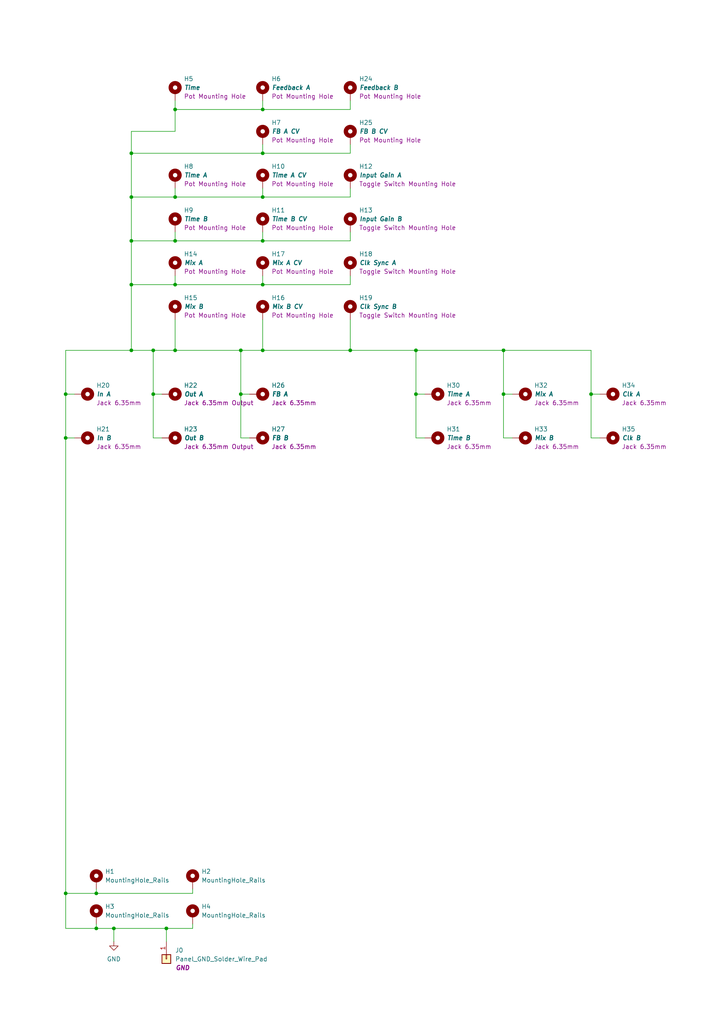
<source format=kicad_sch>
(kicad_sch (version 20250114) (generator "eeschema") (generator_version "9.0")
  (paper "A4" portrait)
  (title_block (title "Kosmo Format Front Panel - 10 cm") (company "DMH Instruments"))
  (lib_symbols
    (symbol "SynthStuff:MountingHole_Jack6.35mm_Output_v2" (pin_numbers (hide yes)) (pin_names (offset 1.016) (hide yes)) (exclude_from_sim yes) (in_bom no)
      (property "Reference" "H" (at 0 5.08 0))
      (property "Value" "SIGNAL NAME" (at 0 3.175 0))
      (property "Description" "Jack 6.35mm Output" (at 0.254 -3.302 0))
      (symbol "MountingHole_Jack6.35mm_Output_v2_0_1"
        (circle (center 0 0) (radius 1.27) (stroke (width 1.27)))
      )
      (symbol "MountingHole_Jack6.35mm_Output_v2_1_1"
        (pin input line (at -3.81 0 0) (length 2.54) (name "1") (number "1"))
      )
    )
    (symbol "SynthStuff:MountingHole_Jack6.35mm_v2" (pin_numbers (hide yes)) (pin_names (offset 1.016) (hide yes)) (exclude_from_sim yes) (in_bom no)
      (property "Reference" "H" (at 0 5.08 0))
      (property "Value" "SIGNAL NAME" (at 0 3.175 0))
      (property "Description" "Jack 6.35mm" (at 0 -3.048 0))
      (symbol "MountingHole_Jack6.35mm_v2_0_1"
        (circle (center 0 0) (radius 1.27) (stroke (width 1.27)))
      )
      (symbol "MountingHole_Jack6.35mm_v2_1_1"
        (pin input line (at -3.81 0 0) (length 2.54) (name "1") (number "1"))
      )
    )
    (symbol "SynthStuff:MountingHole_Pot" (pin_numbers (hide yes)) (pin_names (offset 1.016) (hide yes)) (exclude_from_sim yes)
      (property "Reference" "H" (at 0 6.35 0))
      (property "Value" "Function" (at 0 4.445 0))
      (property "Description" "Pot Mounting Hole" (at 0 0 0))
      (symbol "MountingHole_Pot_0_1"
        (circle (center 0 1.27) (radius 1.27) (stroke (width 1.27)))
      )
      (symbol "MountingHole_Pot_1_1"
        (pin input line (at 0 -2.54 90) (length 2.54) (name "1") (number "1"))
      )
    )
    (symbol "SynthStuff:MountingHole_Rails" (pin_numbers (hide yes)) (pin_names (offset 1.016) (hide yes)) (exclude_from_sim yes) (in_bom no)
      (property "Reference" "H" (at 0 6.35 0))
      (property "Value" "MountingHole_Rails" (at 0 4.445 0))
      (symbol "MountingHole_Rails_0_1"
        (circle (center 0 1.27) (radius 1.27) (stroke (width 1.27)))
      )
      (symbol "MountingHole_Rails_1_1"
        (pin input line (at 0 -2.54 90) (length 2.54) (name "1") (number "1"))
      )
    )
    (symbol "SynthStuff:MountingHole_ToggleSwitch" (pin_numbers (hide yes)) (pin_names (offset 1.016) (hide yes)) (exclude_from_sim yes) (in_bom no)
      (property "Reference" "H" (at 0 5.08 0))
      (property "Value" "Function" (at 0 3.175 0))
      (property "Description" "Toggle Switch Mounting Hole" (at 0 0 0))
      (symbol "MountingHole_ToggleSwitch_0_1"
        (circle (center 0 0) (radius 1.27) (stroke (width 1.27)))
      )
      (symbol "MountingHole_ToggleSwitch_1_1"
        (pin input line (at 0 -3.81 90) (length 2.54) (name "1") (number "1"))
      )
    )
    (symbol "SynthStuff:Panel_GND_Solder_Wire_Pad" (pin_names (offset 1.016) (hide yes)) (in_bom no)
      (property "Reference" "J" (at 0 2.54 0))
      (property "Value" "Panel_GND_Solder_Wire_Pad" (at 0 -5.08 0))
      (property "Function" "Panel GND" (at 0 -2.794 0))
      (symbol "Panel_GND_Solder_Wire_Pad_1_1"
        (rectangle (start -1.27 1.27) (end 1.27 -1.27) (stroke (width 0.254)) (fill (type background)))
        (rectangle (start -1.27 0.127) (end 0 -0.127) (stroke (width 0.1524)))
        (pin power_out line (at -5.08 0 0) (length 3.81) (name "Pin_1") (number "1"))
      )
    )
    (symbol "power:GND" (power) (pin_numbers (hide yes)) (pin_names (offset 0) (hide yes))
      (property "Value" "GND" (at 0 -3.81 0))
      (symbol "GND_0_1"
        (polyline (pts (xy 0 0) (xy 0 -1.27) (xy 1.27 -1.27) (xy 0 -2.54) (xy -1.27 -1.27) (xy 0 -1.27)))
      )
      (symbol "GND_1_1"
        (pin power_in line (at 0 0 270) (length 0) (name "~") (number "1"))
      )
    )
  )
  (junction (at 76.2 44.45))
  (junction (at 38.1 82.55))
  (junction (at 120.65 114.3))
  (junction (at 50.8 82.55))
  (junction (at 50.8 69.85))
  (junction (at 38.1 69.85))
  (junction (at 76.2 57.15))
  (junction (at 50.8 31.75))
  (junction (at 76.2 101.6))
  (junction (at 76.2 31.75))
  (junction (at 38.1 57.15))
  (junction (at 69.85 101.6))
  (junction (at 146.05 114.3))
  (junction (at 38.1 101.6))
  (junction (at 38.1 44.45))
  (junction (at 76.2 69.85))
  (junction (at 27.94 269.24))
  (junction (at 33.02 269.24))
  (junction (at 19.05 259.08))
  (junction (at 19.05 127))
  (junction (at 44.45 114.3))
  (junction (at 50.8 57.15))
  (junction (at 120.65 101.6))
  (junction (at 48.26 269.24))
  (junction (at 44.45 101.6))
  (junction (at 27.94 259.08))
  (junction (at 50.8 101.6))
  (junction (at 171.45 114.3))
  (junction (at 19.05 114.3))
  (junction (at 146.05 101.6))
  (junction (at 69.85 114.3))
  (junction (at 101.6 101.6))
  (junction (at 76.2 82.55))
  (wire (pts (xy 44.45 101.6) (xy 38.1 101.6)))
  (wire (pts (xy 76.2 69.85) (xy 101.6 69.85)))
  (wire (pts (xy 50.8 69.85) (xy 76.2 69.85)))
  (wire (pts (xy 55.88 267.97) (xy 55.88 269.24)))
  (wire (pts (xy 46.99 114.3) (xy 44.45 114.3)))
  (wire (pts (xy 50.8 38.1) (xy 38.1 38.1)))
  (wire (pts (xy 19.05 114.3) (xy 19.05 127)))
  (wire (pts (xy 171.45 101.6) (xy 146.05 101.6)))
  (wire (pts (xy 76.2 67.31) (xy 76.2 69.85)))
  (wire (pts (xy 120.65 101.6) (xy 120.65 114.3)))
  (wire (pts (xy 50.8 82.55) (xy 76.2 82.55)))
  (wire (pts (xy 171.45 114.3) (xy 173.99 114.3)))
  (wire (pts (xy 27.94 259.08) (xy 55.88 259.08)))
  (wire (pts (xy 27.94 269.24) (xy 27.94 267.97)))
  (wire (pts (xy 19.05 269.24) (xy 27.94 269.24)))
  (wire (pts (xy 123.19 127) (xy 120.65 127)))
  (wire (pts (xy 101.6 31.75) (xy 76.2 31.75)))
  (wire (pts (xy 38.1 82.55) (xy 50.8 82.55)))
  (wire (pts (xy 76.2 101.6) (xy 69.85 101.6)))
  (wire (pts (xy 173.99 127) (xy 171.45 127)))
  (wire (pts (xy 48.26 269.24) (xy 48.26 273.05)))
  (wire (pts (xy 19.05 127) (xy 21.59 127)))
  (wire (pts (xy 101.6 29.21) (xy 101.6 31.75)))
  (wire (pts (xy 171.45 114.3) (xy 171.45 101.6)))
  (wire (pts (xy 76.2 57.15) (xy 50.8 57.15)))
  (wire (pts (xy 76.2 82.55) (xy 101.6 82.55)))
  (wire (pts (xy 146.05 101.6) (xy 120.65 101.6)))
  (wire (pts (xy 120.65 114.3) (xy 120.65 127)))
  (wire (pts (xy 38.1 57.15) (xy 38.1 69.85)))
  (wire (pts (xy 101.6 54.61) (xy 101.6 57.15)))
  (wire (pts (xy 101.6 67.31) (xy 101.6 69.85)))
  (wire (pts (xy 69.85 127) (xy 69.85 114.3)))
  (wire (pts (xy 50.8 54.61) (xy 50.8 57.15)))
  (wire (pts (xy 33.02 269.24) (xy 33.02 273.05)))
  (wire (pts (xy 19.05 259.08) (xy 19.05 269.24)))
  (wire (pts (xy 69.85 114.3) (xy 72.39 114.3)))
  (wire (pts (xy 50.8 57.15) (xy 38.1 57.15)))
  (wire (pts (xy 55.88 257.81) (xy 55.88 259.08)))
  (wire (pts (xy 19.05 259.08) (xy 27.94 259.08)))
  (wire (pts (xy 101.6 44.45) (xy 76.2 44.45)))
  (wire (pts (xy 38.1 69.85) (xy 50.8 69.85)))
  (wire (pts (xy 38.1 38.1) (xy 38.1 44.45)))
  (wire (pts (xy 50.8 67.31) (xy 50.8 69.85)))
  (wire (pts (xy 69.85 101.6) (xy 50.8 101.6)))
  (wire (pts (xy 44.45 114.3) (xy 44.45 101.6)))
  (wire (pts (xy 19.05 101.6) (xy 19.05 114.3)))
  (wire (pts (xy 50.8 80.01) (xy 50.8 82.55)))
  (wire (pts (xy 50.8 31.75) (xy 76.2 31.75)))
  (wire (pts (xy 19.05 259.08) (xy 19.05 127)))
  (wire (pts (xy 101.6 41.91) (xy 101.6 44.45)))
  (wire (pts (xy 76.2 54.61) (xy 76.2 57.15)))
  (wire (pts (xy 27.94 259.08) (xy 27.94 257.81)))
  (wire (pts (xy 76.2 80.01) (xy 76.2 82.55)))
  (wire (pts (xy 50.8 92.71) (xy 50.8 101.6)))
  (wire (pts (xy 76.2 101.6) (xy 101.6 101.6)))
  (wire (pts (xy 44.45 127) (xy 44.45 114.3)))
  (wire (pts (xy 50.8 31.75) (xy 50.8 38.1)))
  (wire (pts (xy 146.05 114.3) (xy 146.05 101.6)))
  (wire (pts (xy 101.6 82.55) (xy 101.6 80.01)))
  (wire (pts (xy 38.1 82.55) (xy 38.1 101.6)))
  (wire (pts (xy 50.8 101.6) (xy 44.45 101.6)))
  (wire (pts (xy 38.1 69.85) (xy 38.1 82.55)))
  (wire (pts (xy 76.2 92.71) (xy 76.2 101.6)))
  (wire (pts (xy 120.65 114.3) (xy 123.19 114.3)))
  (wire (pts (xy 72.39 127) (xy 69.85 127)))
  (wire (pts (xy 50.8 29.21) (xy 50.8 31.75)))
  (wire (pts (xy 76.2 44.45) (xy 38.1 44.45)))
  (wire (pts (xy 146.05 127) (xy 146.05 114.3)))
  (wire (pts (xy 48.26 269.24) (xy 55.88 269.24)))
  (wire (pts (xy 19.05 114.3) (xy 21.59 114.3)))
  (wire (pts (xy 120.65 101.6) (xy 101.6 101.6)))
  (wire (pts (xy 76.2 31.75) (xy 76.2 29.21)))
  (wire (pts (xy 101.6 92.71) (xy 101.6 101.6)))
  (wire (pts (xy 69.85 114.3) (xy 69.85 101.6)))
  (wire (pts (xy 101.6 57.15) (xy 76.2 57.15)))
  (wire (pts (xy 171.45 127) (xy 171.45 114.3)))
  (wire (pts (xy 38.1 44.45) (xy 38.1 57.15)))
  (wire (pts (xy 148.59 127) (xy 146.05 127)))
  (wire (pts (xy 27.94 269.24) (xy 33.02 269.24)))
  (wire (pts (xy 146.05 114.3) (xy 148.59 114.3)))
  (wire (pts (xy 38.1 101.6) (xy 19.05 101.6)))
  (wire (pts (xy 46.99 127) (xy 44.45 127)))
  (wire (pts (xy 76.2 41.91) (xy 76.2 44.45)))
  (wire (pts (xy 33.02 269.24) (xy 48.26 269.24)))
  (symbol (lib_id "SynthStuff:MountingHole_Jack6.35mm_v2") (at 127 114.3 0) (unit 1) (exclude_from_sim yes) (in_bom no)
    (property "Reference" "H30" (at 129.54 111.7599 0) (effects (justify left)))
    (property "Value" "Time A" (at 129.54 114.3 0) (effects (font (thickness 0.254) (bold yes) (italic yes)) (justify left)))
    (property "Footprint" "SynthStuff:Jack_6.35mm_Cutout_v3" (effects (hide yes)))
    (property "Description" "Jack 6.35mm" (at 129.54 116.8399 0) (effects (justify left)))
  )
  (symbol (lib_id "SynthStuff:MountingHole_Pot") (at 76.2 39.37 0) (unit 1) (exclude_from_sim yes)
    (property "Reference" "H7" (at 78.74 35.5599 0) (effects (justify left)))
    (property "Value" "FB A CV" (at 78.74 38.1 0) (effects (font (thickness 0.254) (bold yes) (italic yes)) (justify left)))
    (property "Footprint" "SynthStuff:Pot_Cutout_Tiny_attv_P110KH1" (effects (hide yes)))
    (property "Description" "Pot Mounting Hole" (at 78.74 40.6399 0) (effects (justify left)))
  )
  (symbol (lib_id "SynthStuff:MountingHole_Rails") (at 55.88 255.27 0) (unit 1) (in_bom no)
    (property "Reference" "H2" (at 58.42 252.7299 0) (effects (justify left)))
    (property "Value" "MountingHole_Rails" (at 58.42 255.2699 0) (effects (justify left)))
    (property "Footprint" "SynthStuff:MountingHole_Rails" (effects (hide yes)))
    (property "Description" "Mounting Hole with connection" (effects (hide yes)))
  )
  (symbol (lib_id "SynthStuff:MountingHole_Pot") (at 101.6 26.67 0) (unit 1) (exclude_from_sim yes)
    (property "Reference" "H24" (at 104.14 22.8599 0) (effects (justify left)))
    (property "Value" "Feedback B" (at 104.14 25.4 0) (effects (font (thickness 0.254) (bold yes) (italic yes)) (justify left)))
    (property "Footprint" "SynthStuff:Pot_Cutout_Small" (effects (hide yes)))
    (property "Description" "Pot Mounting Hole" (at 104.14 27.9399 0) (effects (justify left)))
  )
  (symbol (lib_id "SynthStuff:MountingHole_ToggleSwitch") (at 101.6 50.8 0) (unit 1) (exclude_from_sim yes) (in_bom no)
    (property "Reference" "H12" (at 104.14 48.2599 0) (effects (justify left)))
    (property "Value" "Input Gain A" (at 104.14 50.8 0) (effects (font (thickness 0.254) (bold yes) (italic yes)) (justify left)))
    (property "Footprint" "SynthStuff:Toggle_Switch_TE_Cutout" (effects (hide yes)))
    (property "Description" "Toggle Switch Mounting Hole" (at 104.14 53.3399 0) (effects (justify left)))
  )
  (symbol (lib_id "SynthStuff:MountingHole_Pot") (at 50.8 26.67 0) (unit 1) (exclude_from_sim yes)
    (property "Reference" "H5" (at 53.34 22.8599 0) (effects (justify left)))
    (property "Value" "Time" (at 53.34 25.4 0) (effects (font (thickness 0.254) (bold yes) (italic yes)) (justify left)))
    (property "Footprint" "SynthStuff:Pot_Cutout_Large_v2" (effects (hide yes)))
    (property "Description" "Pot Mounting Hole" (at 53.34 27.9399 0) (effects (justify left)))
  )
  (symbol (lib_id "SynthStuff:MountingHole_Jack6.35mm_v2") (at 25.4 114.3 0) (unit 1) (exclude_from_sim yes) (in_bom no)
    (property "Reference" "H20" (at 27.94 111.7599 0) (effects (justify left)))
    (property "Value" "In A" (at 27.94 114.3 0) (effects (font (thickness 0.254) (bold yes) (italic yes)) (justify left)))
    (property "Footprint" "SynthStuff:Jack_6.35mm_Cutout_v3" (effects (hide yes)))
    (property "Description" "Jack 6.35mm" (at 27.94 116.8399 0) (effects (justify left)))
  )
  (symbol (lib_id "SynthStuff:MountingHole_Jack6.35mm_v2") (at 76.2 114.3 0) (unit 1) (exclude_from_sim yes) (in_bom no)
    (property "Reference" "H26" (at 78.74 111.7599 0) (effects (justify left)))
    (property "Value" "FB A" (at 78.74 114.3 0) (effects (font (thickness 0.254) (bold yes) (italic yes)) (justify left)))
    (property "Footprint" "SynthStuff:Jack_6.35mm_Cutout_v3" (effects (hide yes)))
    (property "Description" "Jack 6.35mm" (at 78.74 116.8399 0) (effects (justify left)))
  )
  (symbol (lib_id "SynthStuff:MountingHole_Pot") (at 50.8 90.17 0) (unit 1) (exclude_from_sim yes)
    (property "Reference" "H15" (at 53.34 86.3599 0) (effects (justify left)))
    (property "Value" "Mix B" (at 53.34 88.9 0) (effects (font (thickness 0.254) (bold yes) (italic yes)) (justify left)))
    (property "Footprint" "SynthStuff:Pot_Cutout_Tiny_text_P110KH1" (effects (hide yes)))
    (property "Description" "Pot Mounting Hole" (at 53.34 91.4399 0) (effects (justify left)))
  )
  (symbol (lib_id "SynthStuff:MountingHole_ToggleSwitch") (at 101.6 63.5 0) (unit 1) (exclude_from_sim yes) (in_bom no)
    (property "Reference" "H13" (at 104.14 60.9599 0) (effects (justify left)))
    (property "Value" "Input Gain B" (at 104.14 63.5 0) (effects (font (thickness 0.254) (bold yes) (italic yes)) (justify left)))
    (property "Footprint" "SynthStuff:Toggle_Switch_TE_Cutout" (effects (hide yes)))
    (property "Description" "Toggle Switch Mounting Hole" (at 104.14 66.0399 0) (effects (justify left)))
  )
  (symbol (lib_id "SynthStuff:MountingHole_Pot") (at 76.2 52.07 0) (unit 1) (exclude_from_sim yes)
    (property "Reference" "H10" (at 78.74 48.2599 0) (effects (justify left)))
    (property "Value" "Time A CV" (at 78.74 50.8 0) (effects (font (thickness 0.254) (bold yes) (italic yes)) (justify left)))
    (property "Footprint" "SynthStuff:Pot_Cutout_Tiny_attv_P110KH1" (effects (hide yes)))
    (property "Description" "Pot Mounting Hole" (at 78.74 53.3399 0) (effects (justify left)))
  )
  (symbol (lib_id "power:GND") (at 33.02 273.05 0) (unit 1)
    (property "Reference" "#PWR01" (effects (hide yes)))
    (property "Value" "GND" (at 33.02 278.13 0))
    (property "Description" "Power symbol creates a global label with name \"GND\" , ground" (effects (hide yes)))
  )
  (symbol (lib_id "SynthStuff:MountingHole_Pot") (at 76.2 26.67 0) (unit 1) (exclude_from_sim yes)
    (property "Reference" "H6" (at 78.74 22.8599 0) (effects (justify left)))
    (property "Value" "Feedback A" (at 78.74 25.4 0) (effects (font (thickness 0.254) (bold yes) (italic yes)) (justify left)))
    (property "Footprint" "SynthStuff:Pot_Cutout_Small" (effects (hide yes)))
    (property "Description" "Pot Mounting Hole" (at 78.74 27.9399 0) (effects (justify left)))
  )
  (symbol (lib_id "SynthStuff:MountingHole_Jack6.35mm_v2") (at 152.4 127 0) (unit 1) (exclude_from_sim yes) (in_bom no)
    (property "Reference" "H33" (at 154.94 124.4599 0) (effects (justify left)))
    (property "Value" "Mix B" (at 154.94 127 0) (effects (font (thickness 0.254) (bold yes) (italic yes)) (justify left)))
    (property "Footprint" "SynthStuff:Jack_6.35mm_Cutout_v3" (effects (hide yes)))
    (property "Description" "Jack 6.35mm" (at 154.94 129.5399 0) (effects (justify left)))
  )
  (symbol (lib_id "SynthStuff:MountingHole_Jack6.35mm_v2") (at 25.4 127 0) (unit 1) (exclude_from_sim yes) (in_bom no)
    (property "Reference" "H21" (at 27.94 124.4599 0) (effects (justify left)))
    (property "Value" "In B" (at 27.94 127 0) (effects (font (thickness 0.254) (bold yes) (italic yes)) (justify left)))
    (property "Footprint" "SynthStuff:Jack_6.35mm_Cutout_v3" (effects (hide yes)))
    (property "Description" "Jack 6.35mm" (at 27.94 129.5399 0) (effects (justify left)))
  )
  (symbol (lib_id "SynthStuff:MountingHole_Jack6.35mm_v2") (at 152.4 114.3 0) (unit 1) (exclude_from_sim yes) (in_bom no)
    (property "Reference" "H32" (at 154.94 111.7599 0) (effects (justify left)))
    (property "Value" "Mix A" (at 154.94 114.3 0) (effects (font (thickness 0.254) (bold yes) (italic yes)) (justify left)))
    (property "Footprint" "SynthStuff:Jack_6.35mm_Cutout_v3" (effects (hide yes)))
    (property "Description" "Jack 6.35mm" (at 154.94 116.8399 0) (effects (justify left)))
  )
  (symbol (lib_id "SynthStuff:MountingHole_Pot") (at 50.8 64.77 0) (unit 1) (exclude_from_sim yes)
    (property "Reference" "H9" (at 53.34 60.9599 0) (effects (justify left)))
    (property "Value" "Time B" (at 53.34 63.5 0) (effects (font (thickness 0.254) (bold yes) (italic yes)) (justify left)))
    (property "Footprint" "SynthStuff:Pot_Cutout_Tiny" (effects (hide yes)))
    (property "Description" "Pot Mounting Hole" (at 53.34 66.0399 0) (effects (justify left)))
  )
  (symbol (lib_id "SynthStuff:MountingHole_Jack6.35mm_v2") (at 127 127 0) (unit 1) (exclude_from_sim yes) (in_bom no)
    (property "Reference" "H31" (at 129.54 124.4599 0) (effects (justify left)))
    (property "Value" "Time B" (at 129.54 127 0) (effects (font (thickness 0.254) (bold yes) (italic yes)) (justify left)))
    (property "Footprint" "SynthStuff:Jack_6.35mm_Cutout_v3" (effects (hide yes)))
    (property "Description" "Jack 6.35mm" (at 129.54 129.5399 0) (effects (justify left)))
  )
  (symbol (lib_id "SynthStuff:MountingHole_Jack6.35mm_Output_v2") (at 50.8 127 0) (unit 1) (exclude_from_sim yes) (in_bom no)
    (property "Reference" "H23" (at 53.34 124.4599 0) (effects (justify left)))
    (property "Value" "Out B" (at 53.34 127 0) (effects (font (thickness 0.254) (bold yes) (italic yes)) (justify left)))
    (property "Footprint" "SynthStuff:Jack_6.35mm_Cutout_Output_v6" (effects (hide yes)))
    (property "Description" "Jack 6.35mm Output" (at 53.34 129.5399 0) (effects (justify left)))
  )
  (symbol (lib_id "SynthStuff:MountingHole_Jack6.35mm_v2") (at 76.2 127 0) (unit 1) (exclude_from_sim yes) (in_bom no)
    (property "Reference" "H27" (at 78.74 124.4599 0) (effects (justify left)))
    (property "Value" "FB B" (at 78.74 127 0) (effects (font (thickness 0.254) (bold yes) (italic yes)) (justify left)))
    (property "Footprint" "SynthStuff:Jack_6.35mm_Cutout_v3" (effects (hide yes)))
    (property "Description" "Jack 6.35mm" (at 78.74 129.5399 0) (effects (justify left)))
  )
  (symbol (lib_id "SynthStuff:MountingHole_Pot") (at 50.8 52.07 0) (unit 1) (exclude_from_sim yes)
    (property "Reference" "H8" (at 53.34 48.2599 0) (effects (justify left)))
    (property "Value" "Time A" (at 53.34 50.8 0) (effects (font (thickness 0.254) (bold yes) (italic yes)) (justify left)))
    (property "Footprint" "SynthStuff:Pot_Cutout_Tiny" (effects (hide yes)))
    (property "Description" "Pot Mounting Hole" (at 53.34 53.3399 0) (effects (justify left)))
  )
  (symbol (lib_id "SynthStuff:MountingHole_Rails") (at 27.94 265.43 0) (unit 1) (in_bom no)
    (property "Reference" "H3" (at 30.48 262.8899 0) (effects (justify left)))
    (property "Value" "MountingHole_Rails" (at 30.48 265.4299 0) (effects (justify left)))
    (property "Footprint" "SynthStuff:MountingHole_Rails" (effects (hide yes)))
    (property "Description" "Mounting Hole with connection" (effects (hide yes)))
  )
  (symbol (lib_id "SynthStuff:MountingHole_Pot") (at 50.8 77.47 0) (unit 1) (exclude_from_sim yes)
    (property "Reference" "H14" (at 53.34 73.6599 0) (effects (justify left)))
    (property "Value" "Mix A" (at 53.34 76.2 0) (effects (font (thickness 0.254) (bold yes) (italic yes)) (justify left)))
    (property "Footprint" "SynthStuff:Pot_Cutout_Tiny_text_P110KH1" (effects (hide yes)))
    (property "Description" "Pot Mounting Hole" (at 53.34 78.7399 0) (effects (justify left)))
  )
  (symbol (lib_id "SynthStuff:MountingHole_Pot") (at 76.2 64.77 0) (unit 1) (exclude_from_sim yes)
    (property "Reference" "H11" (at 78.74 60.9599 0) (effects (justify left)))
    (property "Value" "Time B CV" (at 78.74 63.5 0) (effects (font (thickness 0.254) (bold yes) (italic yes)) (justify left)))
    (property "Footprint" "SynthStuff:Pot_Cutout_Tiny_attv_P110KH1" (effects (hide yes)))
    (property "Description" "Pot Mounting Hole" (at 78.74 66.0399 0) (effects (justify left)))
  )
  (symbol (lib_id "SynthStuff:MountingHole_Pot") (at 101.6 39.37 0) (unit 1) (exclude_from_sim yes)
    (property "Reference" "H25" (at 104.14 35.5599 0) (effects (justify left)))
    (property "Value" "FB B CV" (at 104.14 38.1 0) (effects (font (thickness 0.254) (bold yes) (italic yes)) (justify left)))
    (property "Footprint" "SynthStuff:Pot_Cutout_Tiny_attv_P110KH1" (effects (hide yes)))
    (property "Description" "Pot Mounting Hole" (at 104.14 40.6399 0) (effects (justify left)))
  )
  (symbol (lib_id "SynthStuff:MountingHole_ToggleSwitch") (at 101.6 88.9 0) (unit 1) (exclude_from_sim yes) (in_bom no)
    (property "Reference" "H19" (at 104.14 86.3599 0) (effects (justify left)))
    (property "Value" "Clk Sync B" (at 104.14 88.9 0) (effects (font (thickness 0.254) (bold yes) (italic yes)) (justify left)))
    (property "Footprint" "SynthStuff:Toggle_Switch_TE_Cutout" (effects (hide yes)))
    (property "Description" "Toggle Switch Mounting Hole" (at 104.14 91.4399 0) (effects (justify left)))
  )
  (symbol (lib_id "SynthStuff:MountingHole_Jack6.35mm_Output_v2") (at 50.8 114.3 0) (unit 1) (exclude_from_sim yes) (in_bom no)
    (property "Reference" "H22" (at 53.34 111.7599 0) (effects (justify left)))
    (property "Value" "Out A" (at 53.34 114.3 0) (effects (font (thickness 0.254) (bold yes) (italic yes)) (justify left)))
    (property "Footprint" "SynthStuff:Jack_6.35mm_Cutout_Output_v6" (effects (hide yes)))
    (property "Description" "Jack 6.35mm Output" (at 53.34 116.8399 0) (effects (justify left)))
  )
  (symbol (lib_id "SynthStuff:MountingHole_ToggleSwitch") (at 101.6 76.2 0) (unit 1) (exclude_from_sim yes) (in_bom no)
    (property "Reference" "H18" (at 104.14 73.6599 0) (effects (justify left)))
    (property "Value" "Clk Sync A" (at 104.14 76.2 0) (effects (font (thickness 0.254) (bold yes) (italic yes)) (justify left)))
    (property "Footprint" "SynthStuff:Toggle_Switch_TE_Cutout" (effects (hide yes)))
    (property "Description" "Toggle Switch Mounting Hole" (at 104.14 78.7399 0) (effects (justify left)))
  )
  (symbol (lib_id "SynthStuff:MountingHole_Pot") (at 76.2 77.47 0) (unit 1) (exclude_from_sim yes)
    (property "Reference" "H17" (at 78.74 73.6599 0) (effects (justify left)))
    (property "Value" "Mix A CV" (at 78.74 76.2 0) (effects (font (thickness 0.254) (bold yes) (italic yes)) (justify left)))
    (property "Footprint" "SynthStuff:Pot_Cutout_Tiny_attv_P110KH1" (effects (hide yes)))
    (property "Description" "Pot Mounting Hole" (at 78.74 78.7399 0) (effects (justify left)))
  )
  (symbol (lib_id "SynthStuff:MountingHole_Jack6.35mm_v2") (at 177.8 127 0) (unit 1) (exclude_from_sim yes) (in_bom no)
    (property "Reference" "H35" (at 180.34 124.4599 0) (effects (justify left)))
    (property "Value" "Clk B" (at 180.34 127 0) (effects (font (thickness 0.254) (bold yes) (italic yes)) (justify left)))
    (property "Footprint" "SynthStuff:Jack_6.35mm_Cutout_v3" (effects (hide yes)))
    (property "Description" "Jack 6.35mm" (at 180.34 129.5399 0) (effects (justify left)))
  )
  (symbol (lib_id "SynthStuff:MountingHole_Jack6.35mm_v2") (at 177.8 114.3 0) (unit 1) (exclude_from_sim yes) (in_bom no)
    (property "Reference" "H34" (at 180.34 111.7599 0) (effects (justify left)))
    (property "Value" "Clk A" (at 180.34 114.3 0) (effects (font (thickness 0.254) (bold yes) (italic yes)) (justify left)))
    (property "Footprint" "SynthStuff:Jack_6.35mm_Cutout_v3" (effects (hide yes)))
    (property "Description" "Jack 6.35mm" (at 180.34 116.8399 0) (effects (justify left)))
  )
  (symbol (lib_id "SynthStuff:MountingHole_Rails") (at 55.88 265.43 0) (unit 1) (in_bom no)
    (property "Reference" "H4" (at 58.42 262.8899 0) (effects (justify left)))
    (property "Value" "MountingHole_Rails" (at 58.42 265.4299 0) (effects (justify left)))
    (property "Footprint" "SynthStuff:MountingHole_Rails" (effects (hide yes)))
    (property "Description" "Mounting Hole with connection" (effects (hide yes)))
  )
  (symbol (lib_id "SynthStuff:Panel_GND_Solder_Wire_Pad") (at 48.26 278.13 270) (unit 1) (in_bom no)
    (property "Reference" "J0" (at 50.8 275.5899 90) (effects (justify left)))
    (property "Value" "Panel_GND_Solder_Wire_Pad" (at 50.8 278.1299 90) (effects (justify left)))
    (property "Footprint" "SynthStuff:Panel_GND_SolderWirePad_5x10mm" (effects (hide yes)))
    (property "Description" "Solder pad to allow connection between PCB and Front Panel" (effects (hide yes)))
    (property "Function" "GND" (at 50.8 280.67 90) (effects (font (thickness 0.254) (bold yes) (italic yes)) (justify left)))
  )
  (symbol (lib_id "SynthStuff:MountingHole_Rails") (at 27.94 255.27 0) (unit 1) (in_bom no)
    (property "Reference" "H1" (at 30.48 252.7299 0) (effects (justify left)))
    (property "Value" "MountingHole_Rails" (at 30.48 255.2699 0) (effects (justify left)))
    (property "Footprint" "SynthStuff:MountingHole_Rails" (effects (hide yes)))
    (property "Description" "Mounting Hole with connection" (effects (hide yes)))
  )
  (symbol (lib_id "SynthStuff:MountingHole_Pot") (at 76.2 90.17 0) (unit 1) (exclude_from_sim yes)
    (property "Reference" "H16" (at 78.74 86.3599 0) (effects (justify left)))
    (property "Value" "Mix B CV" (at 78.74 88.9 0) (effects (font (thickness 0.254) (bold yes) (italic yes)) (justify left)))
    (property "Footprint" "SynthStuff:Pot_Cutout_Tiny_attv_P110KH1" (effects (hide yes)))
    (property "Description" "Pot Mounting Hole" (at 78.74 91.4399 0) (effects (justify left)))
  )
)
</source>
